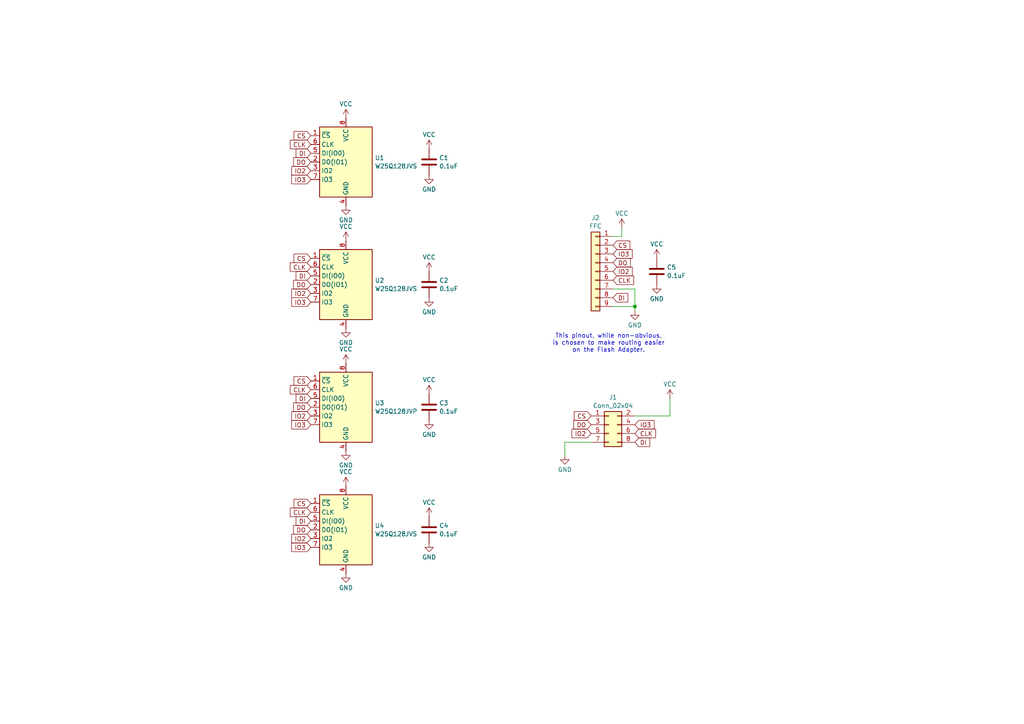
<source format=kicad_sch>
(kicad_sch (version 20250114) (generator "eeschema") (generator_version "9.0")
  (paper "A4")
  (lib_symbols
    (symbol "Connector_Generic:Conn_01x09" (pin_names (offset 1.016) (hide yes))
      (property "Reference" "J" (at 0 12.7 0))
      (property "Value" "Conn_01x09" (at 0 -12.7 0))
      (symbol "Conn_01x09_1_1"
        (rectangle (start -1.27 11.43) (end 1.27 -11.43) (stroke (width 0.254)) (fill (type background)))
        (rectangle (start -1.27 10.287) (end 0 10.033) (stroke (width 0.1524)))
        (rectangle (start -1.27 7.747) (end 0 7.493) (stroke (width 0.1524)))
        (rectangle (start -1.27 5.207) (end 0 4.953) (stroke (width 0.1524)))
        (rectangle (start -1.27 2.667) (end 0 2.413) (stroke (width 0.1524)))
        (rectangle (start -1.27 0.127) (end 0 -0.127) (stroke (width 0.1524)))
        (rectangle (start -1.27 -2.413) (end 0 -2.667) (stroke (width 0.1524)))
        (rectangle (start -1.27 -4.953) (end 0 -5.207) (stroke (width 0.1524)))
        (rectangle (start -1.27 -7.493) (end 0 -7.747) (stroke (width 0.1524)))
        (rectangle (start -1.27 -10.033) (end 0 -10.287) (stroke (width 0.1524)))
        (pin passive line (at -5.08 10.16 0) (length 3.81) (name "Pin_1") (number "1"))
        (pin passive line (at -5.08 7.62 0) (length 3.81) (name "Pin_2") (number "2"))
        (pin passive line (at -5.08 5.08 0) (length 3.81) (name "Pin_3") (number "3"))
        (pin passive line (at -5.08 2.54 0) (length 3.81) (name "Pin_4") (number "4"))
        (pin passive line (at -5.08 0 0) (length 3.81) (name "Pin_5") (number "5"))
        (pin passive line (at -5.08 -2.54 0) (length 3.81) (name "Pin_6") (number "6"))
        (pin passive line (at -5.08 -5.08 0) (length 3.81) (name "Pin_7") (number "7"))
        (pin passive line (at -5.08 -7.62 0) (length 3.81) (name "Pin_8") (number "8"))
        (pin passive line (at -5.08 -10.16 0) (length 3.81) (name "Pin_9") (number "9"))
      )
    )
    (symbol "Connector_Generic:Conn_02x04_Odd_Even" (pin_names (offset 1.016) (hide yes))
      (property "Reference" "J" (at 1.27 5.08 0))
      (property "Value" "Conn_02x04_Odd_Even" (at 1.27 -7.62 0))
      (symbol "Conn_02x04_Odd_Even_1_1"
        (rectangle (start -1.27 3.81) (end 3.81 -6.35) (stroke (width 0.254)) (fill (type background)))
        (rectangle (start -1.27 2.667) (end 0 2.413) (stroke (width 0.1524)))
        (rectangle (start -1.27 0.127) (end 0 -0.127) (stroke (width 0.1524)))
        (rectangle (start -1.27 -2.413) (end 0 -2.667) (stroke (width 0.1524)))
        (rectangle (start -1.27 -4.953) (end 0 -5.207) (stroke (width 0.1524)))
        (rectangle (start 3.81 2.667) (end 2.54 2.413) (stroke (width 0.1524)))
        (rectangle (start 3.81 0.127) (end 2.54 -0.127) (stroke (width 0.1524)))
        (rectangle (start 3.81 -2.413) (end 2.54 -2.667) (stroke (width 0.1524)))
        (rectangle (start 3.81 -4.953) (end 2.54 -5.207) (stroke (width 0.1524)))
        (pin passive line (at -5.08 2.54 0) (length 3.81) (name "Pin_1") (number "1"))
        (pin passive line (at -5.08 0 0) (length 3.81) (name "Pin_3") (number "3"))
        (pin passive line (at -5.08 -2.54 0) (length 3.81) (name "Pin_5") (number "5"))
        (pin passive line (at -5.08 -5.08 0) (length 3.81) (name "Pin_7") (number "7"))
        (pin passive line (at 7.62 2.54 180) (length 3.81) (name "Pin_2") (number "2"))
        (pin passive line (at 7.62 0 180) (length 3.81) (name "Pin_4") (number "4"))
        (pin passive line (at 7.62 -2.54 180) (length 3.81) (name "Pin_6") (number "6"))
        (pin passive line (at 7.62 -5.08 180) (length 3.81) (name "Pin_8") (number "8"))
      )
    )
    (symbol "Device:C" (pin_numbers (hide yes)) (pin_names (offset 0.254))
      (property "Reference" "C" (at 0.635 2.54 0))
      (property "Value" "C" (at 0.635 -2.54 0))
      (symbol "C_0_1"
        (polyline (pts (xy -2.032 0.762) (xy 2.032 0.762)) (stroke (width 0.508)))
        (polyline (pts (xy -2.032 -0.762) (xy 2.032 -0.762)) (stroke (width 0.508)))
      )
      (symbol "C_1_1"
        (pin passive line (at 0 3.81 270) (length 2.794) (name "~") (number "1"))
        (pin passive line (at 0 -3.81 90) (length 2.794) (name "~") (number "2"))
      )
    )
    (symbol "Memory_Flash:W25Q128JVP"
      (property "Reference" "U3" (at 8.382 1.2122 0))
      (property "Value" "W25Q128JVP" (at 8.382 -1.2121 0))
      (symbol "W25Q128JVP_0_1"
        (rectangle (start -7.62 10.16) (end 7.62 -10.16) (stroke (width 0.254)) (fill (type background)))
      )
      (symbol "W25Q128JVP_1_1"
        (pin input line (at -10.16 7.62 0) (length 2.54) (name "~{CS}") (number "1"))
        (pin input line (at -10.16 5.08 0) (length 2.54) (name "CLK") (number "6"))
        (pin bidirectional line (at -10.16 2.54 0) (length 2.54) (name "DI(IO0)") (number "5"))
        (pin bidirectional line (at -10.16 0 0) (length 2.54) (name "DO(IO1)") (number "2"))
        (pin bidirectional line (at -10.16 -2.54 0) (length 2.54) (name "IO2") (number "3"))
        (pin bidirectional line (at -10.16 -5.08 0) (length 2.54) (name "IO3") (number "7"))
        (pin power_in line (at 0 12.7 270) (length 2.54) (name "VCC") (number "8"))
        (pin power_in line (at 0 -12.7 90) (length 2.54) (name "GND") (number "4"))
        (pin power_in line (at 0 -12.7 90) (length 2.54) (hide yes) (name "GND") (number "9"))
      )
    )
    (symbol "Memory_Flash:W25Q128JVS"
      (property "Reference" "U" (at -6.35 11.43 0))
      (property "Value" "W25Q128JVS" (at 7.62 11.43 0))
      (symbol "W25Q128JVS_0_1"
        (rectangle (start -7.62 10.16) (end 7.62 -10.16) (stroke (width 0.254)) (fill (type background)))
      )
      (symbol "W25Q128JVS_1_1"
        (pin input line (at -10.16 7.62 0) (length 2.54) (name "~{CS}") (number "1"))
        (pin input line (at -10.16 5.08 0) (length 2.54) (name "CLK") (number "6"))
        (pin bidirectional line (at -10.16 2.54 0) (length 2.54) (name "DI(IO0)") (number "5"))
        (pin bidirectional line (at -10.16 0 0) (length 2.54) (name "DO(IO1)") (number "2"))
        (pin bidirectional line (at -10.16 -2.54 0) (length 2.54) (name "IO2") (number "3"))
        (pin bidirectional line (at -10.16 -5.08 0) (length 2.54) (name "IO3") (number "7"))
        (pin power_in line (at 0 12.7 270) (length 2.54) (name "VCC") (number "8"))
        (pin power_in line (at 0 -12.7 90) (length 2.54) (name "GND") (number "4"))
      )
    )
    (symbol "power:GND" (power) (pin_numbers (hide yes)) (pin_names (offset 0) (hide yes))
      (property "Value" "GND" (at 0 -3.81 0))
      (symbol "GND_0_1"
        (polyline (pts (xy 0 0) (xy 0 -1.27) (xy 1.27 -1.27) (xy 0 -2.54) (xy -1.27 -1.27) (xy 0 -1.27)))
      )
      (symbol "GND_1_1"
        (pin power_in line (at 0 0 270) (length 0) (name "~") (number "1"))
      )
    )
    (symbol "power:VCC" (power) (pin_numbers (hide yes)) (pin_names (offset 0) (hide yes))
      (property "Value" "VCC" (at 0 3.556 0))
      (symbol "VCC_0_1"
        (polyline (pts (xy -0.762 1.27) (xy 0 2.54)))
        (polyline (pts (xy 0 2.54) (xy 0.762 1.27)))
        (polyline (pts (xy 0 0) (xy 0 2.54)))
      )
      (symbol "VCC_1_1"
        (pin power_in line (at 0 0 90) (length 0) (name "~") (number "1"))
      )
    )
  )
  (text "This pinout, while non-obvious,\nis chosen to make routing easier\non the Flash Adapter." (at 176.53 99.568 0) (effects (font (size 1.27 1.27))))
  (junction (at 184.15 88.9))
  (wire (pts (xy 184.15 83.82) (xy 184.15 88.9)))
  (wire (pts (xy 177.8 83.82) (xy 184.15 83.82)))
  (wire (pts (xy 177.8 88.9) (xy 184.15 88.9)))
  (wire (pts (xy 180.34 68.58) (xy 177.8 68.58)))
  (wire (pts (xy 184.15 90.17) (xy 184.15 88.9)))
  (wire (pts (xy 163.83 132.08) (xy 163.83 128.27)))
  (wire (pts (xy 163.83 128.27) (xy 171.45 128.27)))
  (wire (pts (xy 194.31 120.65) (xy 184.15 120.65)))
  (wire (pts (xy 194.31 115.57) (xy 194.31 120.65)))
  (wire (pts (xy 180.34 66.04) (xy 180.34 68.58)))
  (global_label "DO" (shape input) (at 90.17 118.11 180) (property "Intersheetrefs" "${INTERSHEET_REFS}" (effects (hide yes))))
  (global_label "CS" (shape input) (at 171.45 120.65 180) (property "Intersheetrefs" "${INTERSHEET_REFS}" (effects (hide yes))))
  (global_label "CS" (shape input) (at 90.17 110.49 180) (property "Intersheetrefs" "${INTERSHEET_REFS}" (effects (hide yes))))
  (global_label "IO3" (shape input) (at 184.15 123.19 0) (property "Intersheetrefs" "${INTERSHEET_REFS}" (effects (hide yes))))
  (global_label "DO" (shape input) (at 90.17 82.55 180) (property "Intersheetrefs" "${INTERSHEET_REFS}" (effects (hide yes))))
  (global_label "IO2" (shape input) (at 171.45 125.73 180) (property "Intersheetrefs" "${INTERSHEET_REFS}" (effects (hide yes))))
  (global_label "DO" (shape input) (at 171.45 123.19 180) (property "Intersheetrefs" "${INTERSHEET_REFS}" (effects (hide yes))))
  (global_label "IO3" (shape input) (at 90.17 87.63 180) (property "Intersheetrefs" "${INTERSHEET_REFS}" (effects (hide yes))))
  (global_label "CS" (shape input) (at 177.8 71.12 0) (property "Intersheetrefs" "${INTERSHEET_REFS}" (effects (hide yes))))
  (global_label "DI" (shape input) (at 90.17 44.45 180) (property "Intersheetrefs" "${INTERSHEET_REFS}" (effects (hide yes))))
  (global_label "DI" (shape input) (at 177.8 86.36 0) (property "Intersheetrefs" "${INTERSHEET_REFS}" (effects (hide yes))))
  (global_label "CLK" (shape input) (at 90.17 41.91 180) (property "Intersheetrefs" "${INTERSHEET_REFS}" (effects (hide yes))))
  (global_label "DO" (shape input) (at 177.8 76.2 0) (property "Intersheetrefs" "${INTERSHEET_REFS}" (effects (hide yes))))
  (global_label "DO" (shape input) (at 90.17 46.99 180) (property "Intersheetrefs" "${INTERSHEET_REFS}" (effects (hide yes))))
  (global_label "DI" (shape input) (at 90.17 151.13 180) (property "Intersheetrefs" "${INTERSHEET_REFS}" (effects (hide yes))))
  (global_label "CLK" (shape input) (at 90.17 113.03 180) (property "Intersheetrefs" "${INTERSHEET_REFS}" (effects (hide yes))))
  (global_label "IO2" (shape input) (at 90.17 156.21 180) (property "Intersheetrefs" "${INTERSHEET_REFS}" (effects (hide yes))))
  (global_label "IO2" (shape input) (at 90.17 49.53 180) (property "Intersheetrefs" "${INTERSHEET_REFS}" (effects (hide yes))))
  (global_label "IO2" (shape input) (at 90.17 85.09 180) (property "Intersheetrefs" "${INTERSHEET_REFS}" (effects (hide yes))))
  (global_label "CS" (shape input) (at 90.17 146.05 180) (property "Intersheetrefs" "${INTERSHEET_REFS}" (effects (hide yes))))
  (global_label "CLK" (shape input) (at 90.17 148.59 180) (property "Intersheetrefs" "${INTERSHEET_REFS}" (effects (hide yes))))
  (global_label "DO" (shape input) (at 90.17 153.67 180) (property "Intersheetrefs" "${INTERSHEET_REFS}" (effects (hide yes))))
  (global_label "IO2" (shape input) (at 177.8 78.74 0) (property "Intersheetrefs" "${INTERSHEET_REFS}" (effects (hide yes))))
  (global_label "CS" (shape input) (at 90.17 39.37 180) (property "Intersheetrefs" "${INTERSHEET_REFS}" (effects (hide yes))))
  (global_label "IO3" (shape input) (at 90.17 52.07 180) (property "Intersheetrefs" "${INTERSHEET_REFS}" (effects (hide yes))))
  (global_label "IO3" (shape input) (at 90.17 123.19 180) (property "Intersheetrefs" "${INTERSHEET_REFS}" (effects (hide yes))))
  (global_label "CLK" (shape input) (at 184.15 125.73 0) (property "Intersheetrefs" "${INTERSHEET_REFS}" (effects (hide yes))))
  (global_label "DI" (shape input) (at 90.17 80.01 180) (property "Intersheetrefs" "${INTERSHEET_REFS}" (effects (hide yes))))
  (global_label "DI" (shape input) (at 184.15 128.27 0) (property "Intersheetrefs" "${INTERSHEET_REFS}" (effects (hide yes))))
  (global_label "CLK" (shape input) (at 90.17 77.47 180) (property "Intersheetrefs" "${INTERSHEET_REFS}" (effects (hide yes))))
  (global_label "CS" (shape input) (at 90.17 74.93 180) (property "Intersheetrefs" "${INTERSHEET_REFS}" (effects (hide yes))))
  (global_label "IO3" (shape input) (at 177.8 73.66 0) (property "Intersheetrefs" "${INTERSHEET_REFS}" (effects (hide yes))))
  (global_label "IO2" (shape input) (at 90.17 120.65 180) (property "Intersheetrefs" "${INTERSHEET_REFS}" (effects (hide yes))))
  (global_label "CLK" (shape input) (at 177.8 81.28 0) (property "Intersheetrefs" "${INTERSHEET_REFS}" (effects (hide yes))))
  (global_label "DI" (shape input) (at 90.17 115.57 180) (property "Intersheetrefs" "${INTERSHEET_REFS}" (effects (hide yes))))
  (global_label "IO3" (shape input) (at 90.17 158.75 180) (property "Intersheetrefs" "${INTERSHEET_REFS}" (effects (hide yes))))
  (symbol (lib_id "power:VCC") (at 100.33 105.41 0) (unit 1)
    (property "Reference" "#PWR05" (effects (hide yes)))
    (property "Value" "VCC" (at 100.33 101.2769 0))
    (property "Description" "Power symbol creates a global label with name \"VCC\"" (effects (hide yes)))
  )
  (symbol (lib_id "power:VCC") (at 100.33 34.29 0) (unit 1)
    (property "Reference" "#PWR01" (effects (hide yes)))
    (property "Value" "VCC" (at 100.33 30.1569 0))
    (property "Description" "Power symbol creates a global label with name \"VCC\"" (effects (hide yes)))
  )
  (symbol (lib_id "power:GND") (at 100.33 166.37 0) (unit 1)
    (property "Reference" "#PWR08" (effects (hide yes)))
    (property "Value" "GND" (at 100.33 170.5031 0))
    (property "Description" "Power symbol creates a global label with name \"GND\" , ground" (effects (hide yes)))
  )
  (symbol (lib_id "Memory_Flash:W25Q128JVS") (at 100.33 82.55 0) (unit 1)
    (property "Reference" "U2" (at 108.712 81.3378 0) (effects (justify left)))
    (property "Value" "W25Q128JVS" (at 108.712 83.7621 0) (effects (justify left)))
    (property "Footprint" "Package_SO:SOIC-8_5.23x5.23mm_P1.27mm" (effects (hide yes)))
    (property "Datasheet" "https://www.winbond.com/resource-files/w25q128jv_dtr%20revc%2003272018%20plus.pdf" (effects (hide yes)))
    (property "Description" "128Mb Serial Flash Memory, Standard/Dual/Quad SPI, SOIC-8" (effects (hide yes)))
  )
  (symbol (lib_id "Device:C") (at 124.46 82.55 0) (unit 1)
    (property "Reference" "C2" (at 127.381 81.3378 0) (effects (justify left)))
    (property "Value" "0.1uF" (at 127.381 83.7621 0) (effects (justify left)))
    (property "Footprint" "Capacitor_SMD:C_0805_2012Metric" (effects (hide yes)))
    (property "Description" "Unpolarized capacitor" (effects (hide yes)))
  )
  (symbol (lib_id "power:VCC") (at 100.33 140.97 0) (unit 1)
    (property "Reference" "#PWR07" (effects (hide yes)))
    (property "Value" "VCC" (at 100.33 136.8369 0))
    (property "Description" "Power symbol creates a global label with name \"VCC\"" (effects (hide yes)))
  )
  (symbol (lib_id "Memory_Flash:W25Q128JVS") (at 100.33 153.67 0) (unit 1)
    (property "Reference" "U4" (at 108.712 152.4578 0) (effects (justify left)))
    (property "Value" "W25Q128JVS" (at 108.712 154.8821 0) (effects (justify left)))
    (property "Footprint" "Package_DIP:DIP-8_W7.62mm" (effects (hide yes)))
    (property "Datasheet" "https://www.winbond.com/resource-files/w25q128jv_dtr%20revc%2003272018%20plus.pdf" (effects (hide yes)))
    (property "Description" "128Mb Serial Flash Memory, Standard/Dual/Quad SPI, SOIC-8" (effects (hide yes)))
  )
  (symbol (lib_id "power:VCC") (at 190.5 74.93 0) (unit 1)
    (property "Reference" "#PWR021" (effects (hide yes)))
    (property "Value" "VCC" (at 190.5 70.7969 0))
    (property "Description" "Power symbol creates a global label with name \"VCC\"" (effects (hide yes)))
  )
  (symbol (lib_id "Memory_Flash:W25Q128JVS") (at 100.33 46.99 0) (unit 1)
    (property "Reference" "U1" (at 108.712 45.7778 0) (effects (justify left)))
    (property "Value" "W25Q128JVS" (at 108.712 48.2021 0) (effects (justify left)))
    (property "Footprint" "Package_SO:SOIC-8_3.9x4.9mm_P1.27mm" (effects (hide yes)))
    (property "Datasheet" "https://www.winbond.com/resource-files/w25q128jv_dtr%20revc%2003272018%20plus.pdf" (effects (hide yes)))
    (property "Description" "128Mb Serial Flash Memory, Standard/Dual/Quad SPI, SOIC-8" (effects (hide yes)))
  )
  (symbol (lib_id "power:VCC") (at 124.46 114.3 0) (unit 1)
    (property "Reference" "#PWR015" (effects (hide yes)))
    (property "Value" "VCC" (at 124.46 110.1669 0))
    (property "Description" "Power symbol creates a global label with name \"VCC\"" (effects (hide yes)))
  )
  (symbol (lib_id "Connector_Generic:Conn_02x04_Odd_Even") (at 176.53 123.19 0) (unit 1)
    (property "Reference" "J1" (at 177.8 115.2355 0))
    (property "Value" "Conn_02x04" (at 177.8 117.6598 0))
    (property "Footprint" "Connector_PinHeader_2.54mm:PinHeader_2x04_P2.54mm_Vertical" (effects (hide yes)))
    (property "Description" "Generic connector, double row, 02x04, odd/even pin numbering scheme (row 1 odd numbers, row 2 even numbers), script generated (kicad-library-utils/schlib/autogen/connector/)" (effects (hide yes)))
  )
  (symbol (lib_id "Device:C") (at 190.5 78.74 0) (unit 1)
    (property "Reference" "C5" (at 193.421 77.5278 0) (effects (justify left)))
    (property "Value" "0.1uF" (at 193.421 79.9521 0) (effects (justify left)))
    (property "Footprint" "Capacitor_SMD:C_0805_2012Metric" (effects (hide yes)))
    (property "Description" "Unpolarized capacitor" (effects (hide yes)))
  )
  (symbol (lib_id "Device:C") (at 124.46 153.67 0) (unit 1)
    (property "Reference" "C4" (at 127.381 152.4578 0) (effects (justify left)))
    (property "Value" "0.1uF" (at 127.381 154.8821 0) (effects (justify left)))
    (property "Footprint" "Capacitor_SMD:C_0805_2012Metric" (effects (hide yes)))
    (property "Description" "Unpolarized capacitor" (effects (hide yes)))
  )
  (symbol (lib_id "Device:C") (at 124.46 46.99 0) (unit 1)
    (property "Reference" "C1" (at 127.381 45.7778 0) (effects (justify left)))
    (property "Value" "0.1uF" (at 127.381 48.2021 0) (effects (justify left)))
    (property "Footprint" "Capacitor_SMD:C_0805_2012Metric" (effects (hide yes)))
    (property "Description" "Unpolarized capacitor" (effects (hide yes)))
  )
  (symbol (lib_id "power:GND") (at 163.83 132.08 0) (unit 1)
    (property "Reference" "#PWR09" (effects (hide yes)))
    (property "Value" "GND" (at 163.83 136.2131 0))
    (property "Description" "Power symbol creates a global label with name \"GND\" , ground" (effects (hide yes)))
  )
  (symbol (lib_id "power:GND") (at 100.33 130.81 0) (unit 1)
    (property "Reference" "#PWR06" (effects (hide yes)))
    (property "Value" "GND" (at 100.33 134.9431 0))
    (property "Description" "Power symbol creates a global label with name \"GND\" , ground" (effects (hide yes)))
  )
  (symbol (lib_id "power:VCC") (at 100.33 69.85 0) (unit 1)
    (property "Reference" "#PWR03" (effects (hide yes)))
    (property "Value" "VCC" (at 100.33 65.7169 0))
    (property "Description" "Power symbol creates a global label with name \"VCC\"" (effects (hide yes)))
  )
  (symbol (lib_id "Memory_Flash:W25Q128JVP") (at 100.33 118.11 0) (unit 1)
    (property "Reference" "U3" (at 108.712 116.8978 0) (effects (justify left)))
    (property "Value" "W25Q128JVP" (at 108.712 119.3221 0) (effects (justify left)))
    (property "Footprint" "Package_SON:WSON-8-1EP_6x5mm_P1.27mm_EP3.4x4.3mm" (effects (hide yes)))
    (property "Datasheet" "https://www.winbond.com/resource-files/w25q128jv_dtr%20revc%2003272018%20plus.pdf" (effects (hide yes)))
    (property "Description" "128Mb Serial Flash Memory, Standard/Dual/Quad SPI, WSON-8" (effects (hide yes)))
  )
  (symbol (lib_id "Device:C") (at 124.46 118.11 0) (unit 1)
    (property "Reference" "C3" (at 127.381 116.8978 0) (effects (justify left)))
    (property "Value" "0.1uF" (at 127.381 119.3221 0) (effects (justify left)))
    (property "Footprint" "Capacitor_SMD:C_0805_2012Metric" (effects (hide yes)))
    (property "Description" "Unpolarized capacitor" (effects (hide yes)))
  )
  (symbol (lib_id "power:GND") (at 184.15 90.17 0) (unit 1)
    (property "Reference" "#PWR020" (effects (hide yes)))
    (property "Value" "GND" (at 184.15 94.3031 0))
    (property "Description" "Power symbol creates a global label with name \"GND\" , ground" (effects (hide yes)))
  )
  (symbol (lib_id "power:GND") (at 124.46 157.48 0) (unit 1)
    (property "Reference" "#PWR018" (effects (hide yes)))
    (property "Value" "GND" (at 124.46 161.6131 0))
    (property "Description" "Power symbol creates a global label with name \"GND\" , ground" (effects (hide yes)))
  )
  (symbol (lib_id "power:GND") (at 124.46 121.92 0) (unit 1)
    (property "Reference" "#PWR016" (effects (hide yes)))
    (property "Value" "GND" (at 124.46 126.0531 0))
    (property "Description" "Power symbol creates a global label with name \"GND\" , ground" (effects (hide yes)))
  )
  (symbol (lib_id "power:VCC") (at 124.46 78.74 0) (unit 1)
    (property "Reference" "#PWR013" (effects (hide yes)))
    (property "Value" "VCC" (at 124.46 74.6069 0))
    (property "Description" "Power symbol creates a global label with name \"VCC\"" (effects (hide yes)))
  )
  (symbol (lib_id "power:VCC") (at 194.31 115.57 0) (unit 1)
    (property "Reference" "#PWR010" (effects (hide yes)))
    (property "Value" "VCC" (at 194.31 111.4369 0))
    (property "Description" "Power symbol creates a global label with name \"VCC\"" (effects (hide yes)))
  )
  (symbol (lib_id "power:VCC") (at 124.46 149.86 0) (unit 1)
    (property "Reference" "#PWR017" (effects (hide yes)))
    (property "Value" "VCC" (at 124.46 145.7269 0))
    (property "Description" "Power symbol creates a global label with name \"VCC\"" (effects (hide yes)))
  )
  (symbol (lib_id "power:GND") (at 100.33 59.69 0) (unit 1)
    (property "Reference" "#PWR02" (effects (hide yes)))
    (property "Value" "GND" (at 100.33 63.8231 0))
    (property "Description" "Power symbol creates a global label with name \"GND\" , ground" (effects (hide yes)))
  )
  (symbol (lib_id "power:GND") (at 100.33 95.25 0) (unit 1)
    (property "Reference" "#PWR04" (effects (hide yes)))
    (property "Value" "GND" (at 100.33 99.3831 0))
    (property "Description" "Power symbol creates a global label with name \"GND\" , ground" (effects (hide yes)))
  )
  (symbol (lib_id "Connector_Generic:Conn_01x09") (at 172.72 78.74 0) (mirror y) (unit 1)
    (property "Reference" "J2" (at 172.72 63.1655 0))
    (property "Value" "FFC" (at 172.72 65.5898 0))
    (property "Footprint" "flashkeeper:TE_2328702-8" (effects (hide yes)))
    (property "Description" "Generic connector, single row, 01x09, script generated (kicad-library-utils/schlib/autogen/connector/)" (effects (hide yes)))
  )
  (symbol (lib_id "power:VCC") (at 180.34 66.04 0) (unit 1)
    (property "Reference" "#PWR019" (effects (hide yes)))
    (property "Value" "VCC" (at 180.34 61.9069 0))
    (property "Description" "Power symbol creates a global label with name \"VCC\"" (effects (hide yes)))
  )
  (symbol (lib_id "power:GND") (at 124.46 86.36 0) (unit 1)
    (property "Reference" "#PWR014" (effects (hide yes)))
    (property "Value" "GND" (at 124.46 90.4931 0))
    (property "Description" "Power symbol creates a global label with name \"GND\" , ground" (effects (hide yes)))
  )
  (symbol (lib_id "power:VCC") (at 124.46 43.18 0) (unit 1)
    (property "Reference" "#PWR011" (effects (hide yes)))
    (property "Value" "VCC" (at 124.46 39.0469 0))
    (property "Description" "Power symbol creates a global label with name \"VCC\"" (effects (hide yes)))
  )
  (symbol (lib_id "power:GND") (at 190.5 82.55 0) (unit 1)
    (property "Reference" "#PWR022" (effects (hide yes)))
    (property "Value" "GND" (at 190.5 86.6831 0))
    (property "Description" "Power symbol creates a global label with name \"GND\" , ground" (effects (hide yes)))
  )
  (symbol (lib_id "power:GND") (at 124.46 50.8 0) (unit 1)
    (property "Reference" "#PWR012" (effects (hide yes)))
    (property "Value" "GND" (at 124.46 54.9331 0))
    (property "Description" "Power symbol creates a global label with name \"GND\" , ground" (effects (hide yes)))
  )
)
</source>
